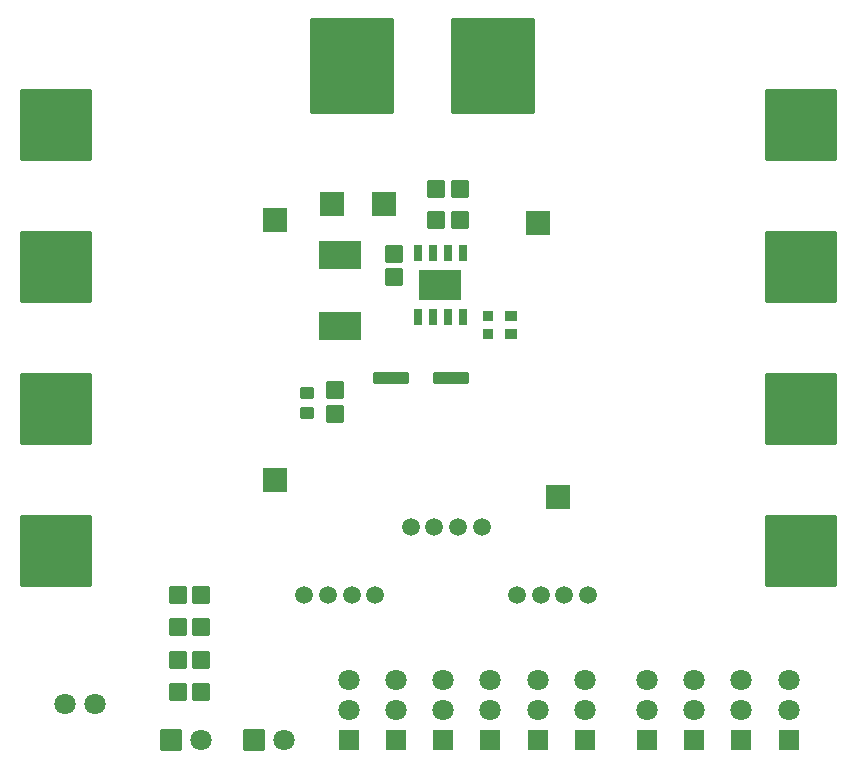
<source format=gts>
G04 Layer: TopSolderMaskLayer*
G04 EasyEDA v6.5.40, 2024-05-01 13:46:42*
G04 7703e67730494ffebf129c6139567d94,10*
G04 Gerber Generator version 0.2*
G04 Scale: 100 percent, Rotated: No, Reflected: No *
G04 Dimensions in millimeters *
G04 leading zeros omitted , absolute positions ,4 integer and 5 decimal *
%FSLAX45Y45*%
%MOMM*%

%AMMACRO1*1,1,$1,$2,$3*1,1,$1,$4,$5*1,1,$1,0-$2,0-$3*1,1,$1,0-$4,0-$5*20,1,$1,$2,$3,$4,$5,0*20,1,$1,$4,$5,0-$2,0-$3,0*20,1,$1,0-$2,0-$3,0-$4,0-$5,0*20,1,$1,0-$4,0-$5,$2,$3,0*4,1,4,$2,$3,$4,$5,0-$2,0-$3,0-$4,0-$5,$2,$3,0*%
%ADD10MACRO1,0.1016X-3.5X4X3.5X4*%
%ADD11MACRO1,0.1016X-3X3X3X3*%
%ADD12R,3.6016X2.4516*%
%ADD13MACRO1,0.1016X-0.705X-0.675X-0.705X0.675*%
%ADD14MACRO1,0.1016X0.705X-0.675X0.705X0.675*%
%ADD15MACRO1,0.1016X-0.5X0.45X0.5X0.45*%
%ADD16C,1.5000*%
%ADD17MACRO1,0.1016X-0.675X0.705X0.675X0.705*%
%ADD18MACRO1,0.1016X-0.675X-0.705X0.675X-0.705*%
%ADD19MACRO1,0.2032X1.4X-0.4X-1.4X-0.4*%
%ADD20MACRO1,0.1016X1X-1X-1X-1*%
%ADD21MACRO1,0.1016X1X1X1X-1*%
%ADD22C,1.8016*%
%ADD23R,1.8016X1.8016*%
%ADD24R,0.7016X1.4016*%
%ADD25R,3.6016X2.6016*%
%ADD26MACRO1,0.1016X-0.85X0.85X0.85X0.85*%
%ADD27C,1.8000*%
%ADD28MACRO1,0.1016X0.705X0.675X0.705X-0.675*%
%ADD29MACRO1,0.1016X-0.705X0.675X-0.705X-0.675*%
%ADD30MACRO1,0.1016X-0.432X0.4032X0.432X0.4032*%
%ADD31MACRO1,0.1016X-0.432X-0.4032X0.432X-0.4032*%
%ADD32R,0.9656X0.9081*%

%LPD*%
D10*
G01*
X2899994Y-599998D03*
G01*
X4099991Y-599998D03*
D11*
G01*
X6699986Y-1099997D03*
G01*
X6699986Y-2299995D03*
G01*
X6699986Y-3499993D03*
G01*
X6699986Y-4699990D03*
G01*
X399999Y-4699990D03*
G01*
X399999Y-3499993D03*
G01*
X399999Y-2299995D03*
G01*
X399999Y-1099997D03*
D12*
G01*
X2799994Y-2802509D03*
G01*
X2799994Y-2197506D03*
D13*
G01*
X1625000Y-5074991D03*
D14*
G01*
X1424995Y-5074991D03*
D15*
G01*
X2524996Y-3365002D03*
G01*
X2524996Y-3535001D03*
D16*
G01*
X4299965Y-5074920D03*
G01*
X4499965Y-5074920D03*
G01*
X4699965Y-5074920D03*
G01*
X4899964Y-5074920D03*
D13*
G01*
X1625000Y-5899988D03*
D14*
G01*
X1424995Y-5899988D03*
D13*
G01*
X1625000Y-5624990D03*
D14*
G01*
X1424995Y-5624990D03*
D13*
G01*
X1625000Y-5349989D03*
D14*
G01*
X1424995Y-5349989D03*
D17*
G01*
X3256216Y-2384821D03*
D18*
G01*
X3256216Y-2184816D03*
D19*
G01*
X3738816Y-3237318D03*
G01*
X3230816Y-3237318D03*
D20*
G01*
X2736395Y-1767898D03*
G01*
X3176394Y-1767898D03*
D17*
G01*
X2756395Y-3542896D03*
D18*
G01*
X2756395Y-3342891D03*
D21*
G01*
X2249995Y-4099991D03*
G01*
X2249995Y-1899996D03*
G01*
X4474989Y-1924997D03*
G01*
X4649990Y-4249991D03*
D22*
G01*
X2875000Y-5796000D03*
G01*
X2875000Y-6050000D03*
D23*
G01*
X2875000Y-6304000D03*
D22*
G01*
X3274999Y-5796000D03*
G01*
X3274999Y-6050000D03*
D23*
G01*
X3274999Y-6304000D03*
D22*
G01*
X4474997Y-5796000D03*
G01*
X4474997Y-6050000D03*
D23*
G01*
X4474997Y-6304000D03*
D22*
G01*
X4874996Y-5796000D03*
G01*
X4874996Y-6050000D03*
D23*
G01*
X4874996Y-6304000D03*
D22*
G01*
X3674999Y-5796000D03*
G01*
X3674999Y-6050000D03*
D23*
G01*
X3674999Y-6304000D03*
D22*
G01*
X4074998Y-5796000D03*
G01*
X4074998Y-6050000D03*
D23*
G01*
X4074998Y-6304000D03*
D24*
G01*
X3459505Y-2719984D03*
G01*
X3586505Y-2719984D03*
G01*
X3713505Y-2719984D03*
G01*
X3840505Y-2719984D03*
G01*
X3840505Y-2180005D03*
G01*
X3713505Y-2180005D03*
G01*
X3586505Y-2180005D03*
G01*
X3459505Y-2180005D03*
D25*
G01*
X3649979Y-2450007D03*
D26*
G01*
X1372998Y-6299988D03*
D22*
G01*
X1626996Y-6299987D03*
D16*
G01*
X3399993Y-4499990D03*
G01*
X3599992Y-4499990D03*
G01*
X3799992Y-4499990D03*
G01*
X3999991Y-4499990D03*
D27*
G01*
X724992Y-5999987D03*
G01*
X474979Y-5999987D03*
D16*
G01*
X2499995Y-5074996D03*
G01*
X2699994Y-5074996D03*
G01*
X2899994Y-5074996D03*
G01*
X3099993Y-5074996D03*
D26*
G01*
X2072994Y-6299988D03*
D22*
G01*
X2326995Y-6299987D03*
D28*
G01*
X3613490Y-1903895D03*
D29*
G01*
X3813495Y-1903895D03*
D28*
G01*
X3613490Y-1637195D03*
D29*
G01*
X3813495Y-1637195D03*
D30*
G01*
X4246892Y-2868220D03*
D31*
G01*
X4246892Y-2717570D03*
D32*
G01*
X4056405Y-2717571D03*
G01*
X4056405Y-2868218D03*
D22*
G01*
X5399989Y-5796000D03*
G01*
X5399989Y-6050000D03*
D23*
G01*
X5399989Y-6304000D03*
D22*
G01*
X5799988Y-5796000D03*
G01*
X5799988Y-6050000D03*
D23*
G01*
X5799988Y-6304000D03*
D22*
G01*
X6199987Y-5796000D03*
G01*
X6199987Y-6050000D03*
D23*
G01*
X6199987Y-6304000D03*
D22*
G01*
X6599986Y-5796000D03*
G01*
X6599986Y-6050000D03*
D23*
G01*
X6599986Y-6304000D03*
M02*

</source>
